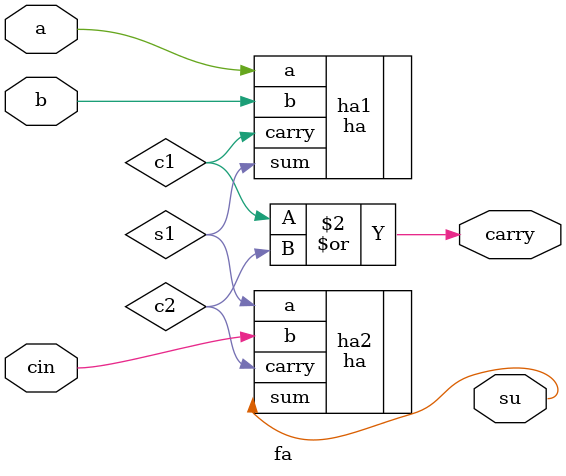
<source format=v>
module fa(input a,b,cin, output su,output reg carry);
wire s1,c1,c2;
ha ha1(.a(a),.b(b),.sum(s1),.carry(c1));
ha ha2(.a(s1),.b(cin),.sum(su),.carry(c2));
always @(*) begin
carry=c1|c2;
end
endmodule

</source>
